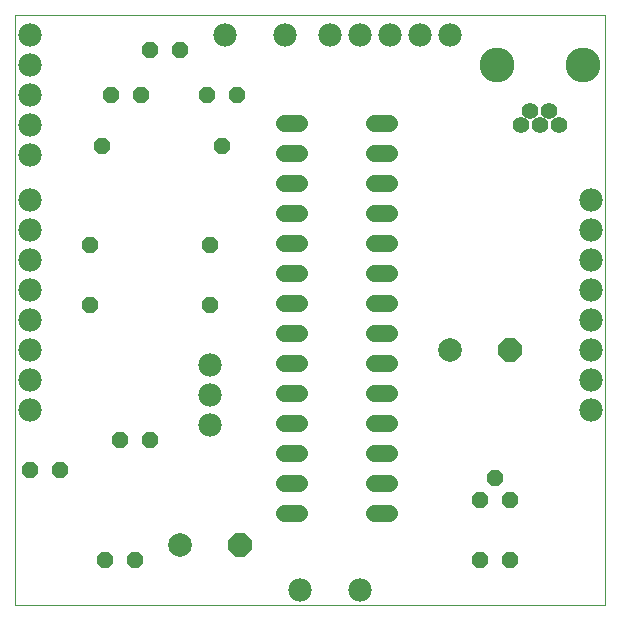
<source format=gts>
G75*
%MOIN*%
%OFA0B0*%
%FSLAX25Y25*%
%IPPOS*%
%LPD*%
%AMOC8*
5,1,8,0,0,1.08239X$1,22.5*
%
%ADD10C,0.00000*%
%ADD11OC8,0.05600*%
%ADD12C,0.07900*%
%ADD13OC8,0.07900*%
%ADD14C,0.07800*%
%ADD15C,0.05600*%
%ADD16C,0.05550*%
%ADD17C,0.11620*%
D10*
X0001800Y0002800D02*
X0001800Y0199650D01*
X0198650Y0199650D01*
X0198650Y0002800D01*
X0001800Y0002800D01*
D11*
X0031800Y0017800D03*
X0041800Y0017800D03*
X0016800Y0047800D03*
X0006800Y0047800D03*
X0036800Y0057800D03*
X0046800Y0057800D03*
X0026800Y0102800D03*
X0026800Y0122800D03*
X0030800Y0155800D03*
X0033800Y0172800D03*
X0043800Y0172800D03*
X0046800Y0187800D03*
X0056800Y0187800D03*
X0065800Y0172800D03*
X0075800Y0172800D03*
X0070800Y0155800D03*
X0066800Y0122800D03*
X0066800Y0102800D03*
X0156800Y0037800D03*
X0161800Y0045300D03*
X0166800Y0037800D03*
X0166800Y0017800D03*
X0156800Y0017800D03*
D12*
X0146800Y0087800D03*
X0056800Y0022800D03*
D13*
X0076800Y0022800D03*
X0166800Y0087800D03*
D14*
X0193800Y0087800D03*
X0193800Y0077800D03*
X0193800Y0067800D03*
X0193800Y0097800D03*
X0193800Y0107800D03*
X0193800Y0117800D03*
X0193800Y0127800D03*
X0193800Y0137800D03*
X0146800Y0192800D03*
X0136800Y0192800D03*
X0126800Y0192800D03*
X0116800Y0192800D03*
X0106800Y0192800D03*
X0091800Y0192800D03*
X0071800Y0192800D03*
X0006800Y0192800D03*
X0006800Y0182800D03*
X0006800Y0172800D03*
X0006800Y0162800D03*
X0006800Y0152800D03*
X0006800Y0137800D03*
X0006800Y0127800D03*
X0006800Y0117800D03*
X0006800Y0107800D03*
X0006800Y0097800D03*
X0006800Y0087800D03*
X0006800Y0077800D03*
X0006800Y0067800D03*
X0066800Y0062800D03*
X0066800Y0072800D03*
X0066800Y0082800D03*
X0096800Y0007800D03*
X0116800Y0007800D03*
D15*
X0121483Y0033666D02*
X0126683Y0033666D01*
X0126683Y0043666D02*
X0121483Y0043666D01*
X0121483Y0053666D02*
X0126683Y0053666D01*
X0126683Y0063666D02*
X0121483Y0063666D01*
X0121483Y0073666D02*
X0126683Y0073666D01*
X0126683Y0083666D02*
X0121483Y0083666D01*
X0121483Y0093666D02*
X0126683Y0093666D01*
X0126683Y0103666D02*
X0121483Y0103666D01*
X0121483Y0113666D02*
X0126683Y0113666D01*
X0126683Y0123666D02*
X0121483Y0123666D01*
X0121483Y0133666D02*
X0126683Y0133666D01*
X0126683Y0143666D02*
X0121483Y0143666D01*
X0121483Y0153666D02*
X0126683Y0153666D01*
X0126683Y0163666D02*
X0121483Y0163666D01*
X0096683Y0163666D02*
X0091483Y0163666D01*
X0091483Y0153666D02*
X0096683Y0153666D01*
X0096683Y0143666D02*
X0091483Y0143666D01*
X0091483Y0133666D02*
X0096683Y0133666D01*
X0096683Y0123666D02*
X0091483Y0123666D01*
X0091483Y0113666D02*
X0096683Y0113666D01*
X0096683Y0103666D02*
X0091483Y0103666D01*
X0091483Y0093666D02*
X0096683Y0093666D01*
X0096683Y0083666D02*
X0091483Y0083666D01*
X0091483Y0073666D02*
X0096683Y0073666D01*
X0096683Y0063666D02*
X0091483Y0063666D01*
X0091483Y0053666D02*
X0096683Y0053666D01*
X0096683Y0043666D02*
X0091483Y0043666D01*
X0091483Y0033666D02*
X0096683Y0033666D01*
D16*
X0170501Y0162721D03*
X0173650Y0167446D03*
X0176800Y0162721D03*
X0179950Y0167446D03*
X0183099Y0162721D03*
D17*
X0191170Y0182800D03*
X0162430Y0182800D03*
M02*

</source>
